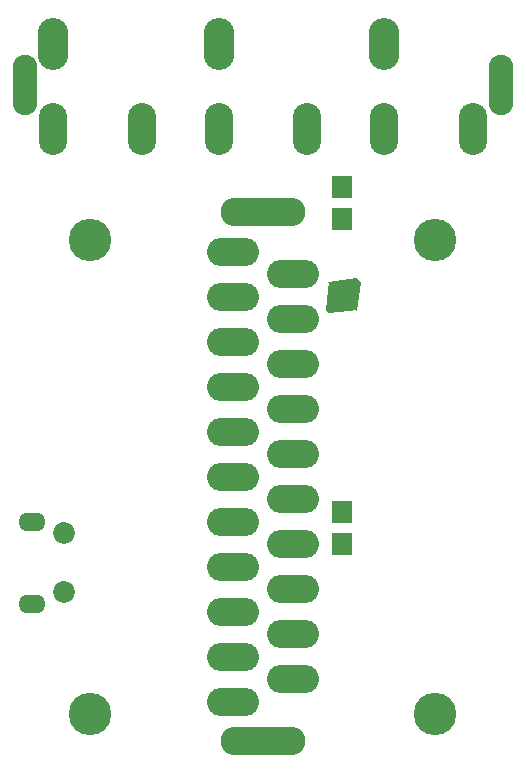
<source format=gbs>
G04 #@! TF.FileFunction,Soldermask,Bot*
%FSLAX46Y46*%
G04 Gerber Fmt 4.6, Leading zero omitted, Abs format (unit mm)*
G04 Created by KiCad (PCBNEW 4.0.7) date 06/08/18 01:01:08*
%MOMM*%
%LPD*%
G01*
G04 APERTURE LIST*
%ADD10C,0.100000*%
%ADD11C,3.600000*%
%ADD12R,1.700000X1.900000*%
%ADD13O,2.600000X4.400000*%
%ADD14O,2.400000X4.400000*%
%ADD15O,2.100000X5.100000*%
%ADD16O,4.400000X2.400000*%
%ADD17O,7.200000X2.400000*%
%ADD18C,1.850000*%
%ADD19O,2.300000X1.600000*%
G04 APERTURE END LIST*
D10*
D11*
X165031750Y-128401750D03*
X135858250Y-128401750D03*
X165031750Y-88260250D03*
X135858250Y-88260250D03*
D10*
G36*
X156131790Y-91748836D02*
X158552924Y-94169970D01*
X156131790Y-94469783D01*
X155831977Y-94169970D01*
X156131790Y-91748836D01*
X156131790Y-91748836D01*
G37*
G36*
X158462450Y-94260444D02*
X156041316Y-91839310D01*
X158462450Y-91539497D01*
X158762263Y-91839310D01*
X158462450Y-94260444D01*
X158462450Y-94260444D01*
G37*
D12*
X157200600Y-114049800D03*
X157200600Y-111349800D03*
X157200600Y-83806040D03*
X157200600Y-86506040D03*
D13*
X132745000Y-71671000D03*
X146745000Y-71671000D03*
X160745000Y-71671000D03*
D14*
X132745000Y-78921000D03*
X140245000Y-78921000D03*
X168245000Y-78921000D03*
X160745000Y-78921000D03*
X154245000Y-78921000D03*
X146745000Y-78921000D03*
D15*
X170645000Y-75171000D03*
X130345000Y-75171000D03*
D16*
X153035000Y-91176000D03*
X153035000Y-94986000D03*
X153035000Y-98796000D03*
X153035000Y-102606000D03*
X153035000Y-125466000D03*
X153035000Y-121656000D03*
X153035000Y-117846000D03*
X153035000Y-114036000D03*
X153035000Y-110226000D03*
X153035000Y-106416000D03*
X147955000Y-127381000D03*
X147955000Y-123571000D03*
X147955000Y-119761000D03*
X147955000Y-115951000D03*
X147955000Y-112141000D03*
X147955000Y-89281000D03*
X147955000Y-93091000D03*
X147955000Y-96901000D03*
X147955000Y-100711000D03*
X147955000Y-104521000D03*
X147955000Y-108331000D03*
D17*
X150495000Y-85931000D03*
X150495000Y-130731000D03*
D18*
X133637520Y-113120800D03*
X133637520Y-118120800D03*
D19*
X130937520Y-112120800D03*
X130937520Y-119120800D03*
M02*

</source>
